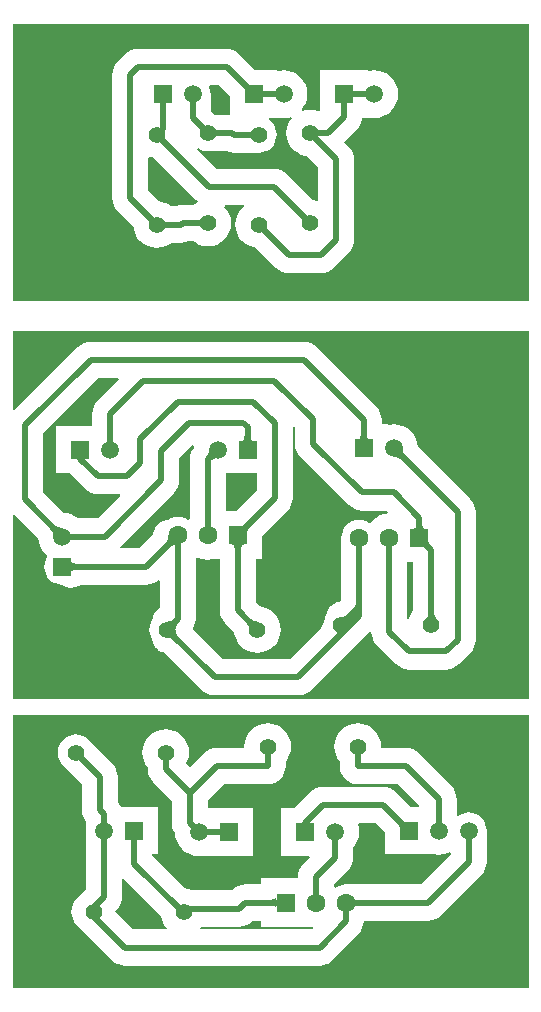
<source format=gbl>
G04 Layer_Physical_Order=2*
G04 Layer_Color=16711680*
%FSLAX25Y25*%
%MOIN*%
G70*
G01*
G75*
%ADD11C,0.05512*%
%ADD12C,0.06299*%
%ADD13R,0.06299X0.06299*%
%ADD14R,0.05906X0.05906*%
%ADD15C,0.05906*%
%ADD16R,0.05906X0.05906*%
%ADD17C,0.02000*%
G36*
X634952Y447500D02*
X463048D01*
Y539953D01*
X634952D01*
Y447500D01*
D02*
G37*
G36*
X581010Y403058D02*
X581040Y402716D01*
X581090Y402415D01*
X581160Y402153D01*
X581250Y401932D01*
X581360Y401751D01*
X581490Y401610D01*
X581640Y401509D01*
X581810Y401449D01*
X582000Y401429D01*
X578000D01*
X578190Y401449D01*
X578360Y401509D01*
X578510Y401610D01*
X578640Y401751D01*
X578750Y401932D01*
X578840Y402153D01*
X578910Y402415D01*
X578960Y402716D01*
X578990Y403058D01*
X579000Y403441D01*
X581000D01*
X581010Y403058D01*
D02*
G37*
G36*
X542260Y402559D02*
X542290Y402216D01*
X542340Y401915D01*
X542410Y401653D01*
X542500Y401432D01*
X542610Y401251D01*
X542740Y401110D01*
X542890Y401009D01*
X543060Y400949D01*
X543250Y400929D01*
X539250D01*
X539440Y400949D01*
X539610Y401009D01*
X539760Y401110D01*
X539890Y401251D01*
X540000Y401432D01*
X540090Y401653D01*
X540160Y401915D01*
X540210Y402216D01*
X540240Y402559D01*
X540250Y402941D01*
X542250D01*
X542260Y402559D01*
D02*
G37*
G36*
X531018Y395056D02*
X530779Y395064D01*
X530542Y395047D01*
X530308Y395008D01*
X530076Y394945D01*
X529847Y394859D01*
X529621Y394749D01*
X529397Y394616D01*
X529175Y394459D01*
X528956Y394279D01*
X528740Y394076D01*
X527326Y395490D01*
X527529Y395706D01*
X527709Y395925D01*
X527866Y396147D01*
X527999Y396371D01*
X528109Y396597D01*
X528195Y396826D01*
X528258Y397058D01*
X528298Y397292D01*
X528314Y397529D01*
X528306Y397768D01*
X531018Y395056D01*
D02*
G37*
G36*
X592960Y398177D02*
X592987Y397893D01*
X593034Y397620D01*
X593101Y397357D01*
X593188Y397103D01*
X593295Y396860D01*
X593423Y396627D01*
X593570Y396405D01*
X593737Y396192D01*
X593924Y395990D01*
X592510Y394576D01*
X592308Y394763D01*
X592095Y394930D01*
X591873Y395077D01*
X591640Y395205D01*
X591397Y395312D01*
X591144Y395399D01*
X590880Y395466D01*
X590607Y395513D01*
X590323Y395540D01*
X590029Y395547D01*
X592953Y398470D01*
X592960Y398177D01*
D02*
G37*
G36*
X544271Y384297D02*
X537757Y377783D01*
X537704Y377746D01*
X537601Y377650D01*
X534029D01*
Y390047D01*
X544271D01*
Y384297D01*
D02*
G37*
G36*
X498435Y421462D02*
X491237Y414263D01*
X490487Y413349D01*
X489930Y412307D01*
X489587Y411176D01*
X489471Y410000D01*
Y405953D01*
X477547D01*
Y390047D01*
X481926D01*
X487190Y384784D01*
X488103Y384034D01*
X489146Y383477D01*
X490277Y383134D01*
X491453Y383018D01*
X498638D01*
X498830Y382556D01*
X491303Y375029D01*
X484690D01*
X483940Y375644D01*
X482558Y376383D01*
X481059Y376838D01*
X480094Y376933D01*
X473076Y383950D01*
Y403550D01*
X491450Y421924D01*
X498244D01*
X498435Y421462D01*
D02*
G37*
G36*
X523387Y399307D02*
X523307Y398489D01*
X522987Y398099D01*
X522430Y397057D01*
X522087Y395926D01*
X521971Y394750D01*
Y375000D01*
X521482Y374404D01*
X521349Y374513D01*
X520307Y375070D01*
X519176Y375413D01*
X518000Y375529D01*
X516824Y375413D01*
X515693Y375070D01*
X514650Y374513D01*
X514610Y374480D01*
X514250Y374433D01*
X513649Y374366D01*
X513599Y374347D01*
X513545Y374340D01*
X512986Y374108D01*
X512422Y373888D01*
X512379Y373857D01*
X512329Y373836D01*
X511849Y373467D01*
X511361Y373109D01*
X511327Y373067D01*
X511284Y373035D01*
X510916Y372554D01*
X510538Y372082D01*
X510516Y372033D01*
X510483Y371990D01*
X510251Y371431D01*
X510008Y370877D01*
X510000Y370824D01*
X509979Y370774D01*
X509900Y370174D01*
X509856Y369882D01*
X505003Y365029D01*
X499009D01*
X498817Y365491D01*
X516763Y383437D01*
X517513Y384350D01*
X518070Y385393D01*
X518413Y386524D01*
X518529Y387700D01*
Y395156D01*
X522907Y399534D01*
X523387Y399307D01*
D02*
G37*
G36*
X557071Y405462D02*
Y400000D01*
X557187Y398824D01*
X557530Y397693D01*
X558087Y396651D01*
X558837Y395737D01*
X575137Y379437D01*
X576051Y378687D01*
X577093Y378130D01*
X578224Y377787D01*
X579400Y377671D01*
X587503D01*
X588072Y377101D01*
X587904Y376630D01*
X586902Y376532D01*
X585366Y376066D01*
X583950Y375309D01*
X582710Y374290D01*
X581982Y373404D01*
X581849Y373513D01*
X580807Y374070D01*
X579676Y374413D01*
X578500Y374529D01*
X577324Y374413D01*
X576193Y374070D01*
X575150Y373513D01*
X574237Y372763D01*
X573487Y371849D01*
X572930Y370807D01*
X572587Y369676D01*
X572471Y368500D01*
Y348160D01*
X572460Y348095D01*
X572457Y348003D01*
X572394Y347936D01*
X572356Y347883D01*
X571658Y347184D01*
X571222Y347127D01*
X571158Y347100D01*
X571090Y347090D01*
X570551Y346849D01*
X570006Y346623D01*
X569951Y346581D01*
X569887Y346553D01*
X569429Y346181D01*
X568961Y345822D01*
X568919Y345767D01*
X568865Y345723D01*
X568519Y345245D01*
X568160Y344777D01*
X568133Y344713D01*
X568093Y344657D01*
X567882Y344106D01*
X567656Y343561D01*
X567647Y343492D01*
X567622Y343427D01*
X567573Y342955D01*
X567487Y342849D01*
X566930Y341807D01*
X566587Y340676D01*
X566525Y340047D01*
X566374Y339847D01*
X566288Y339635D01*
X566168Y339441D01*
X566042Y339027D01*
X565880Y338627D01*
X565852Y338400D01*
X565843Y338369D01*
X555747Y328273D01*
X532753D01*
X522951Y338075D01*
X523013Y338151D01*
X523570Y339193D01*
X523913Y340324D01*
X524029Y341500D01*
Y361895D01*
X524458Y362153D01*
X524866Y361934D01*
X526402Y361468D01*
X528000Y361311D01*
X529350Y361444D01*
X529850Y361350D01*
Y361350D01*
X531971D01*
Y344500D01*
X532087Y343324D01*
X532430Y342193D01*
X532987Y341150D01*
X533737Y340237D01*
X536787Y337187D01*
X536856Y336480D01*
X537300Y335018D01*
X538020Y333670D01*
X538989Y332489D01*
X540170Y331520D01*
X541518Y330800D01*
X542980Y330356D01*
X544500Y330207D01*
X546020Y330356D01*
X547482Y330800D01*
X548830Y331520D01*
X550011Y332489D01*
X550980Y333670D01*
X551700Y335018D01*
X552144Y336480D01*
X552293Y338000D01*
X552144Y339520D01*
X551700Y340982D01*
X550980Y342330D01*
X550011Y343511D01*
X548830Y344480D01*
X547482Y345200D01*
X546020Y345644D01*
X545313Y345713D01*
X544029Y346997D01*
Y361350D01*
X546150D01*
Y369103D01*
X546179Y369134D01*
X546233Y369207D01*
X554563Y377537D01*
X555313Y378450D01*
X555870Y379493D01*
X556213Y380624D01*
X556329Y381800D01*
X556329Y381800D01*
Y405438D01*
X556823Y405659D01*
X557071Y405462D01*
D02*
G37*
G36*
X542552Y372638D02*
X542155Y372226D01*
X541530Y371490D01*
X541302Y371164D01*
X541132Y370867D01*
X541017Y370598D01*
X540960Y370358D01*
X540958Y370147D01*
X541014Y369964D01*
X541126Y369809D01*
X538309Y372626D01*
X538464Y372514D01*
X538647Y372458D01*
X538858Y372460D01*
X539098Y372517D01*
X539367Y372632D01*
X539664Y372802D01*
X539990Y373030D01*
X540344Y373314D01*
X541138Y374052D01*
X542552Y372638D01*
D02*
G37*
G36*
X599510Y373255D02*
X599540Y372913D01*
X599590Y372611D01*
X599660Y372350D01*
X599750Y372129D01*
X599860Y371948D01*
X599990Y371807D01*
X600140Y371706D01*
X600310Y371646D01*
X600500Y371626D01*
X596500D01*
X596690Y371646D01*
X596860Y371706D01*
X597010Y371807D01*
X597140Y371948D01*
X597250Y372129D01*
X597340Y372350D01*
X597410Y372611D01*
X597460Y372913D01*
X597490Y373255D01*
X597500Y373638D01*
X599500D01*
X599510Y373255D01*
D02*
G37*
G36*
X477192Y372737D02*
X477405Y372570D01*
X477628Y372423D01*
X477860Y372295D01*
X478103Y372188D01*
X478357Y372101D01*
X478620Y372034D01*
X478893Y371987D01*
X479177Y371960D01*
X479470Y371953D01*
X476547Y369029D01*
X476540Y369323D01*
X476513Y369607D01*
X476466Y369880D01*
X476399Y370144D01*
X476312Y370397D01*
X476205Y370640D01*
X476078Y370872D01*
X475930Y371095D01*
X475763Y371308D01*
X475576Y371510D01*
X476990Y372924D01*
X477192Y372737D01*
D02*
G37*
G36*
X517969Y366351D02*
X517638Y366343D01*
X517320Y366316D01*
X517016Y366267D01*
X516725Y366198D01*
X516448Y366108D01*
X516183Y365997D01*
X515932Y365865D01*
X515695Y365712D01*
X515470Y365539D01*
X515259Y365345D01*
X513845Y366759D01*
X514039Y366970D01*
X514212Y367195D01*
X514365Y367432D01*
X514497Y367683D01*
X514607Y367948D01*
X514698Y368225D01*
X514767Y368516D01*
X514816Y368820D01*
X514844Y369138D01*
X514851Y369468D01*
X517969Y366351D01*
D02*
G37*
G36*
X539810Y366342D02*
X539640Y366282D01*
X539490Y366182D01*
X539360Y366042D01*
X539250Y365862D01*
X539160Y365642D01*
X539090Y365382D01*
X539040Y365082D01*
X539010Y364742D01*
X539000Y364362D01*
X537000D01*
X536990Y364742D01*
X536960Y365082D01*
X536910Y365382D01*
X536840Y365642D01*
X536750Y365862D01*
X536640Y366042D01*
X536510Y366182D01*
X536360Y366282D01*
X536190Y366342D01*
X536000Y366362D01*
X540000D01*
X539810Y366342D01*
D02*
G37*
G36*
X601624Y367042D02*
X601645Y366968D01*
X601700Y366867D01*
X601789Y366737D01*
X601913Y366578D01*
X602265Y366177D01*
X603052Y365362D01*
X601638Y363948D01*
X601338Y364245D01*
X600133Y365300D01*
X600032Y365355D01*
X599958Y365376D01*
X599913Y365362D01*
X601638Y367087D01*
X601624Y367042D01*
D02*
G37*
G36*
X482449Y360810D02*
X482509Y360640D01*
X482610Y360490D01*
X482751Y360360D01*
X482932Y360250D01*
X483153Y360160D01*
X483415Y360090D01*
X483716Y360040D01*
X484059Y360010D01*
X484441Y360000D01*
Y358000D01*
X484059Y357990D01*
X483716Y357960D01*
X483415Y357910D01*
X483153Y357840D01*
X482932Y357750D01*
X482751Y357640D01*
X482610Y357510D01*
X482509Y357360D01*
X482449Y357190D01*
X482429Y357000D01*
Y361000D01*
X482449Y360810D01*
D02*
G37*
G36*
X579500Y345500D02*
X577500Y342500D01*
X577486Y342597D01*
X577443Y342654D01*
X577373Y342671D01*
X577274Y342649D01*
X577146Y342586D01*
X576991Y342483D01*
X576355Y341934D01*
X576168Y341752D01*
X576012Y341585D01*
X575851Y341384D01*
X575753Y341240D01*
X575835Y341297D01*
X576033Y341459D01*
X576242Y341656D01*
X577120Y339706D01*
X574623Y337743D01*
X574290Y337710D01*
X574257Y337377D01*
X572294Y334880D01*
X570343Y335758D01*
X570541Y335967D01*
X570703Y336165D01*
X570831Y336352D01*
X570925Y336529D01*
X570984Y336695D01*
X571009Y336850D01*
X570999Y336994D01*
X570955Y337127D01*
X570876Y337249D01*
X570762Y337361D01*
X574290Y337710D01*
X574540Y340243D01*
X572528Y342256D01*
X572784Y342263D01*
X573034Y342289D01*
X573277Y342335D01*
X573512Y342399D01*
X573741Y342483D01*
X573962Y342587D01*
X574177Y342709D01*
X574384Y342851D01*
X574585Y343012D01*
X574778Y343192D01*
X576086Y341884D01*
Y344500D01*
X576355Y344789D01*
X576595Y345089D01*
X576807Y345401D01*
X576991Y345725D01*
X577146Y346061D01*
X577274Y346408D01*
X577373Y346767D01*
X577443Y347138D01*
X577486Y347520D01*
X577500Y347914D01*
X579500Y345500D01*
D02*
G37*
G36*
X596471Y344379D02*
X596020Y343830D01*
X595300Y342482D01*
X595029Y341590D01*
X594529Y341664D01*
Y360350D01*
X596471D01*
Y344379D01*
D02*
G37*
G36*
X603509Y343457D02*
X603537Y343202D01*
X603584Y342955D01*
X603649Y342717D01*
X603732Y342487D01*
X603834Y342266D01*
X603955Y342053D01*
X604095Y341850D01*
X604253Y341655D01*
X604429Y341468D01*
X600571D01*
X600747Y341655D01*
X600905Y341850D01*
X601045Y342053D01*
X601165Y342266D01*
X601268Y342487D01*
X601351Y342717D01*
X601416Y342955D01*
X601463Y343202D01*
X601491Y343457D01*
X601500Y343722D01*
X603500D01*
X603509Y343457D01*
D02*
G37*
G36*
X542415Y341512D02*
X542616Y341351D01*
X542823Y341209D01*
X543038Y341087D01*
X543259Y340983D01*
X543488Y340899D01*
X543723Y340835D01*
X543966Y340789D01*
X544216Y340763D01*
X544472Y340756D01*
X541744Y338028D01*
X541737Y338284D01*
X541711Y338534D01*
X541665Y338776D01*
X541601Y339012D01*
X541517Y339241D01*
X541413Y339462D01*
X541291Y339677D01*
X541149Y339884D01*
X540988Y340085D01*
X540808Y340278D01*
X542222Y341692D01*
X542415Y341512D01*
D02*
G37*
G36*
X518192Y340278D02*
X518012Y340085D01*
X517851Y339884D01*
X517709Y339677D01*
X517587Y339462D01*
X517483Y339241D01*
X517399Y339012D01*
X517335Y338776D01*
X517289Y338534D01*
X517263Y338284D01*
X517256Y338028D01*
X514528Y340756D01*
X514784Y340763D01*
X515034Y340789D01*
X515276Y340835D01*
X515512Y340899D01*
X515741Y340983D01*
X515962Y341087D01*
X516177Y341209D01*
X516384Y341351D01*
X516585Y341512D01*
X516778Y341692D01*
X518192Y340278D01*
D02*
G37*
G36*
X517263Y337716D02*
X517289Y337466D01*
X517335Y337224D01*
X517399Y336988D01*
X517483Y336759D01*
X517587Y336538D01*
X517709Y336323D01*
X517851Y336116D01*
X518012Y335915D01*
X518192Y335722D01*
X516778Y334308D01*
X516585Y334488D01*
X516384Y334649D01*
X516177Y334791D01*
X515962Y334913D01*
X515741Y335017D01*
X515512Y335101D01*
X515276Y335165D01*
X515034Y335211D01*
X514784Y335237D01*
X514528Y335244D01*
X517256Y337972D01*
X517263Y337716D01*
D02*
G37*
G36*
X634952Y315000D02*
X463048D01*
Y376273D01*
X463509Y376464D01*
X471567Y368406D01*
X471662Y367441D01*
X472117Y365942D01*
X472856Y364560D01*
X473849Y363349D01*
X474721Y362634D01*
X474487Y362350D01*
X473930Y361307D01*
X473587Y360176D01*
X473471Y359000D01*
X473587Y357824D01*
X473930Y356693D01*
X474487Y355650D01*
X475237Y354737D01*
X476151Y353987D01*
X477193Y353430D01*
X478324Y353087D01*
X479400Y352981D01*
X479461Y352922D01*
X479696Y352795D01*
X479907Y352632D01*
X480271Y352482D01*
X480618Y352293D01*
X480877Y352231D01*
X481123Y352129D01*
X481514Y352077D01*
X481898Y351985D01*
X482164Y351992D01*
X482429Y351957D01*
X482820Y352008D01*
X483214Y352018D01*
X483469Y352094D01*
X483734Y352129D01*
X484098Y352280D01*
X484476Y352391D01*
X484704Y352530D01*
X484950Y352632D01*
X485263Y352872D01*
X485424Y352971D01*
X507500D01*
X508676Y353087D01*
X509807Y353430D01*
X510850Y353987D01*
X511471Y354497D01*
X511971Y354260D01*
Y345096D01*
X511951Y345081D01*
X511888Y345053D01*
X511430Y344681D01*
X510961Y344322D01*
X510919Y344267D01*
X510865Y344223D01*
X510519Y343745D01*
X510160Y343277D01*
X510134Y343213D01*
X510093Y343157D01*
X509882Y342606D01*
X509656Y342061D01*
X509647Y341992D01*
X509622Y341927D01*
X509573Y341455D01*
X509487Y341350D01*
X508930Y340307D01*
X508587Y339176D01*
X508471Y338000D01*
X508587Y336824D01*
X508930Y335693D01*
X509487Y334650D01*
X509573Y334545D01*
X509622Y334073D01*
X509647Y334008D01*
X509656Y333939D01*
X509882Y333394D01*
X510093Y332843D01*
X510134Y332787D01*
X510160Y332723D01*
X510519Y332255D01*
X510865Y331777D01*
X510919Y331733D01*
X510961Y331678D01*
X511430Y331319D01*
X511888Y330947D01*
X511951Y330919D01*
X512006Y330877D01*
X512551Y330651D01*
X513090Y330410D01*
X513158Y330399D01*
X513222Y330373D01*
X513658Y330316D01*
X525993Y317981D01*
X526906Y317231D01*
X527949Y316674D01*
X529080Y316331D01*
X530256Y316215D01*
X558244D01*
X559420Y316331D01*
X560551Y316674D01*
X561593Y317231D01*
X562507Y317981D01*
X582009Y337483D01*
X582471Y337291D01*
Y337200D01*
X582587Y336024D01*
X582930Y334893D01*
X583487Y333851D01*
X584237Y332937D01*
X590737Y326437D01*
X591650Y325687D01*
X592693Y325130D01*
X593824Y324787D01*
X595000Y324671D01*
X607500D01*
X608676Y324787D01*
X609807Y325130D01*
X610850Y325687D01*
X611763Y326437D01*
X615563Y330237D01*
X616313Y331151D01*
X616870Y332193D01*
X617213Y333324D01*
X617329Y334500D01*
Y377200D01*
X617213Y378376D01*
X616870Y379507D01*
X616313Y380550D01*
X615563Y381463D01*
X597933Y399094D01*
X597838Y400059D01*
X597383Y401558D01*
X596644Y402940D01*
X595651Y404151D01*
X594440Y405145D01*
X593058Y405883D01*
X591559Y406338D01*
X590000Y406491D01*
X588453Y406339D01*
X588124Y406326D01*
X587953Y406453D01*
Y406453D01*
X586029D01*
Y407953D01*
X585913Y409129D01*
X585570Y410260D01*
X585013Y411302D01*
X584263Y412216D01*
X564263Y432216D01*
X563349Y432966D01*
X562307Y433523D01*
X561176Y433866D01*
X560000Y433982D01*
X488953D01*
X488953Y433982D01*
X487777Y433866D01*
X486646Y433523D01*
X485603Y432966D01*
X484690Y432216D01*
X463509Y411036D01*
X463048Y411227D01*
Y437500D01*
X634952D01*
Y315000D01*
D02*
G37*
G36*
Y218548D02*
X463048D01*
Y309500D01*
X634952D01*
Y218548D01*
D02*
G37*
%LPC*%
G36*
X534250Y531529D02*
X504700D01*
X503524Y531413D01*
X502393Y531070D01*
X501350Y530513D01*
X500437Y529763D01*
X497937Y527263D01*
X497187Y526349D01*
X496630Y525307D01*
X496287Y524176D01*
X496171Y523000D01*
Y481800D01*
X496287Y480624D01*
X496630Y479493D01*
X497187Y478450D01*
X497937Y477537D01*
X503287Y472187D01*
X503356Y471480D01*
X503800Y470018D01*
X504520Y468670D01*
X505489Y467489D01*
X506670Y466520D01*
X508018Y465800D01*
X509480Y465356D01*
X511000Y465207D01*
X512520Y465356D01*
X513982Y465800D01*
X515330Y466520D01*
X515879Y466971D01*
X519200D01*
X520376Y467087D01*
X521507Y467430D01*
X521584Y467471D01*
X523121D01*
X523670Y467020D01*
X525018Y466300D01*
X526480Y465856D01*
X528000Y465707D01*
X529520Y465856D01*
X530982Y466300D01*
X532330Y467020D01*
X533511Y467989D01*
X534480Y469170D01*
X535200Y470518D01*
X535644Y471980D01*
X535793Y473500D01*
X535644Y475020D01*
X535200Y476482D01*
X534480Y477830D01*
X533543Y478971D01*
X533587Y479224D01*
X533675Y479471D01*
X539917D01*
X540086Y479000D01*
X539489Y478511D01*
X538520Y477330D01*
X537800Y475982D01*
X537356Y474520D01*
X537207Y473000D01*
X537356Y471480D01*
X537800Y470018D01*
X538520Y468670D01*
X539489Y467489D01*
X540670Y466520D01*
X542018Y465800D01*
X543480Y465356D01*
X544187Y465287D01*
X550837Y458637D01*
X551751Y457887D01*
X552793Y457330D01*
X553924Y456987D01*
X555100Y456871D01*
X565700D01*
X566876Y456987D01*
X568007Y457330D01*
X569050Y457887D01*
X569963Y458637D01*
X575063Y463737D01*
X575813Y464650D01*
X576370Y465693D01*
X576713Y466824D01*
X576829Y468000D01*
Y494700D01*
X576713Y495876D01*
X576370Y497007D01*
X575813Y498049D01*
X575063Y498963D01*
X573526Y500500D01*
X577763Y504737D01*
X577763Y504737D01*
X578513Y505651D01*
X579070Y506693D01*
X579413Y507824D01*
X579484Y508547D01*
X581453D01*
Y508547D01*
X581624Y508674D01*
X581953Y508661D01*
X583500Y508509D01*
X585059Y508662D01*
X586558Y509117D01*
X587940Y509856D01*
X589151Y510849D01*
X590144Y512060D01*
X590883Y513442D01*
X591338Y514941D01*
X591491Y516500D01*
X591338Y518059D01*
X590883Y519558D01*
X590144Y520940D01*
X589151Y522151D01*
X587940Y523144D01*
X586558Y523883D01*
X585059Y524338D01*
X583500Y524491D01*
X581953Y524339D01*
X581624Y524326D01*
X581453Y524453D01*
Y524453D01*
X565547D01*
Y510885D01*
X565118Y510628D01*
X564982Y510700D01*
X563520Y511144D01*
X562000Y511293D01*
X560480Y511144D01*
X559560Y510865D01*
X559270Y511299D01*
X559895Y512060D01*
X560633Y513442D01*
X561088Y514941D01*
X561241Y516500D01*
X561088Y518059D01*
X560633Y519558D01*
X559895Y520940D01*
X558901Y522151D01*
X557690Y523144D01*
X556308Y523883D01*
X554809Y524338D01*
X553250Y524491D01*
X551703Y524339D01*
X551373Y524326D01*
X551203Y524453D01*
Y524453D01*
X543824D01*
X538513Y529763D01*
X537600Y530513D01*
X536557Y531070D01*
X535426Y531413D01*
X534250Y531529D01*
D02*
G37*
%LPD*%
G36*
X535297Y515926D02*
Y509529D01*
X530497D01*
X529029Y510997D01*
Y516500D01*
X528913Y517676D01*
X528570Y518807D01*
X528444Y519042D01*
X528702Y519471D01*
X531753D01*
X535297Y515926D01*
D02*
G37*
G36*
X556094Y508530D02*
X555520Y507830D01*
X554800Y506482D01*
X554356Y505020D01*
X554207Y503500D01*
X554356Y501980D01*
X554800Y500518D01*
X555520Y499170D01*
X556489Y497989D01*
X557670Y497020D01*
X559018Y496300D01*
X560480Y495856D01*
X561187Y495787D01*
X564771Y492203D01*
Y481184D01*
X564369Y480886D01*
X563520Y481144D01*
X562813Y481213D01*
X554263Y489763D01*
X553349Y490513D01*
X552307Y491070D01*
X551176Y491413D01*
X550000Y491529D01*
X530997D01*
X524555Y497971D01*
X524857Y498377D01*
X525693Y497930D01*
X526824Y497587D01*
X528000Y497471D01*
X534316D01*
X534393Y497430D01*
X535524Y497087D01*
X536700Y496971D01*
X536700Y496971D01*
X545000D01*
X546176Y497087D01*
X547307Y497430D01*
X548350Y497987D01*
X549263Y498737D01*
X550013Y499650D01*
X550570Y500693D01*
X550913Y501824D01*
X551029Y503000D01*
X550913Y504176D01*
X550570Y505307D01*
X550013Y506350D01*
X549263Y507263D01*
X548350Y508013D01*
X548257Y508062D01*
X548379Y508547D01*
X551203D01*
Y508547D01*
X551373Y508674D01*
X551703Y508661D01*
X553250Y508509D01*
X554809Y508662D01*
X555804Y508964D01*
X556094Y508530D01*
D02*
G37*
G36*
X509480Y495356D02*
X510187Y495287D01*
X524237Y481237D01*
X524593Y480945D01*
X524544Y480447D01*
X523670Y479980D01*
X523121Y479529D01*
X519700D01*
X519700Y479529D01*
X518524Y479413D01*
X517393Y479070D01*
X517316Y479029D01*
X515879D01*
X515330Y479480D01*
X513982Y480200D01*
X512520Y480644D01*
X511813Y480713D01*
X508229Y484297D01*
Y495316D01*
X508631Y495614D01*
X509480Y495356D01*
D02*
G37*
%LPC*%
G36*
X548000Y306793D02*
X546480Y306644D01*
X545018Y306200D01*
X543670Y305480D01*
X542489Y304511D01*
X541520Y303330D01*
X540800Y301982D01*
X540356Y300520D01*
X540207Y299000D01*
X540216Y298900D01*
X539881Y298529D01*
X531000D01*
X529824Y298413D01*
X528693Y298070D01*
X527650Y297513D01*
X526737Y296763D01*
X522000Y292026D01*
X520785Y293241D01*
X521200Y294018D01*
X521644Y295480D01*
X521793Y297000D01*
X521644Y298520D01*
X521200Y299982D01*
X520480Y301330D01*
X519511Y302511D01*
X518330Y303480D01*
X516982Y304200D01*
X515520Y304644D01*
X514000Y304793D01*
X512480Y304644D01*
X511018Y304200D01*
X509670Y303480D01*
X508489Y302511D01*
X507520Y301330D01*
X506800Y299982D01*
X506356Y298520D01*
X506207Y297000D01*
X506356Y295480D01*
X506800Y294018D01*
X507520Y292670D01*
X507971Y292121D01*
Y291500D01*
X508087Y290324D01*
X508430Y289193D01*
X508987Y288151D01*
X509737Y287237D01*
X515971Y281003D01*
Y273500D01*
X516087Y272324D01*
X516430Y271193D01*
X516987Y270150D01*
X517051Y270073D01*
X517162Y268941D01*
X517617Y267442D01*
X518356Y266060D01*
X519349Y264849D01*
X520560Y263856D01*
X521942Y263117D01*
X523441Y262662D01*
X525000Y262509D01*
X526547Y262661D01*
X526876Y262674D01*
X527047Y262547D01*
Y262547D01*
X542953D01*
Y278453D01*
X528029D01*
Y281003D01*
X533497Y286471D01*
X548000D01*
X549176Y286587D01*
X550307Y286930D01*
X551349Y287487D01*
X552263Y288237D01*
X553013Y289151D01*
X553570Y290193D01*
X553913Y291324D01*
X554029Y292500D01*
Y294121D01*
X554480Y294670D01*
X555200Y296018D01*
X555644Y297480D01*
X555793Y299000D01*
X555644Y300520D01*
X555200Y301982D01*
X554480Y303330D01*
X553511Y304511D01*
X552330Y305480D01*
X550982Y306200D01*
X549520Y306644D01*
X548000Y306793D01*
D02*
G37*
G36*
X578000D02*
X576480Y306644D01*
X575018Y306200D01*
X573670Y305480D01*
X572489Y304511D01*
X571520Y303330D01*
X570800Y301982D01*
X570356Y300520D01*
X570207Y299000D01*
X570356Y297480D01*
X570800Y296018D01*
X571520Y294670D01*
X571971Y294121D01*
Y292500D01*
X572087Y291324D01*
X572430Y290193D01*
X572987Y289151D01*
X573737Y288237D01*
X574650Y287487D01*
X575693Y286930D01*
X576824Y286587D01*
X578000Y286471D01*
X591503D01*
X598521Y279453D01*
X598314Y278953D01*
X595594D01*
X595563Y278982D01*
X595490Y279036D01*
X590763Y283763D01*
X589850Y284513D01*
X588807Y285070D01*
X587676Y285413D01*
X586500Y285529D01*
X566500D01*
X565324Y285413D01*
X564193Y285070D01*
X563151Y284513D01*
X562237Y283763D01*
X556926Y278453D01*
X552547D01*
Y262547D01*
X561868D01*
X562059Y262085D01*
X559737Y259763D01*
X558987Y258850D01*
X558430Y257807D01*
X558087Y256676D01*
X557971Y255500D01*
Y255150D01*
X545850D01*
Y253029D01*
X540500D01*
X539324Y252913D01*
X538193Y252570D01*
X537150Y252013D01*
X536237Y251263D01*
X536003Y251029D01*
X523303D01*
X522982Y251200D01*
X521520Y251644D01*
X520258Y251768D01*
X509529Y262497D01*
Y263047D01*
X511453D01*
Y278953D01*
X498992D01*
X498513Y279850D01*
X498029Y280439D01*
Y289000D01*
X497913Y290176D01*
X497570Y291307D01*
X497013Y292350D01*
X496263Y293263D01*
X488263Y301263D01*
X487350Y302013D01*
X486307Y302570D01*
X485176Y302913D01*
X484000Y303029D01*
X482824Y302913D01*
X481693Y302570D01*
X480651Y302013D01*
X479737Y301263D01*
X478987Y300349D01*
X478430Y299307D01*
X478087Y298176D01*
X477971Y297000D01*
X478087Y295824D01*
X478430Y294693D01*
X478987Y293651D01*
X479737Y292737D01*
X485971Y286503D01*
Y278000D01*
X486087Y276824D01*
X486430Y275693D01*
X486987Y274651D01*
X487471Y274061D01*
Y271000D01*
Y251497D01*
X484237Y248263D01*
X483487Y247350D01*
X482930Y246307D01*
X482587Y245176D01*
X482471Y244000D01*
X482587Y242824D01*
X482930Y241693D01*
X483487Y240651D01*
X484237Y239737D01*
X496237Y227737D01*
X497151Y226987D01*
X498193Y226430D01*
X499324Y226087D01*
X500500Y225971D01*
X565300D01*
X566476Y226087D01*
X567607Y226430D01*
X568649Y226987D01*
X569563Y227737D01*
X578263Y236437D01*
X579013Y237351D01*
X579570Y238393D01*
X579913Y239524D01*
X580029Y240700D01*
Y240971D01*
X601500D01*
X602676Y241087D01*
X603807Y241430D01*
X604849Y241987D01*
X605763Y242737D01*
X619263Y256237D01*
X620013Y257151D01*
X620570Y258193D01*
X620913Y259324D01*
X621029Y260500D01*
Y271000D01*
X620913Y272176D01*
X620570Y273307D01*
X620013Y274349D01*
X619263Y275263D01*
X618350Y276013D01*
X617307Y276570D01*
X616176Y276913D01*
X615000Y277029D01*
X613824Y276913D01*
X612693Y276570D01*
X611651Y276013D01*
X611366Y275779D01*
X611029Y276190D01*
Y281500D01*
X610913Y282676D01*
X610570Y283807D01*
X610013Y284850D01*
X609263Y285763D01*
X598263Y296763D01*
X597350Y297513D01*
X596307Y298070D01*
X595176Y298413D01*
X594000Y298529D01*
X586119D01*
X585783Y298900D01*
X585793Y299000D01*
X585644Y300520D01*
X585200Y301982D01*
X584480Y303330D01*
X583511Y304511D01*
X582330Y305480D01*
X580982Y306200D01*
X579520Y306644D01*
X578000Y306793D01*
D02*
G37*
%LPD*%
G36*
X592470Y274958D02*
X593207Y274333D01*
X593533Y274106D01*
X593830Y273935D01*
X594099Y273820D01*
X594339Y273763D01*
X594550Y273761D01*
X594733Y273817D01*
X594888Y273929D01*
X592071Y271112D01*
X592183Y271267D01*
X592239Y271450D01*
X592237Y271661D01*
X592180Y271901D01*
X592065Y272170D01*
X591894Y272467D01*
X591667Y272793D01*
X591383Y273147D01*
X590645Y273941D01*
X592059Y275355D01*
X592470Y274958D01*
D02*
G37*
G36*
X586914Y270560D02*
X586951Y270508D01*
X587047Y270404D01*
Y263047D01*
X602953D01*
Y263047D01*
X603124Y263174D01*
X603453Y263161D01*
X605000Y263009D01*
X606559Y263162D01*
X608058Y263617D01*
X608542Y263876D01*
X608971Y263619D01*
Y262997D01*
X599003Y253029D01*
X574000D01*
X572824Y252913D01*
X571693Y252570D01*
X570650Y252013D01*
X570518Y251904D01*
X570029Y252500D01*
Y253003D01*
X574763Y257737D01*
X575513Y258650D01*
X576070Y259693D01*
X576413Y260824D01*
X576529Y262000D01*
Y265310D01*
X577144Y266060D01*
X577883Y267442D01*
X578338Y268941D01*
X578491Y270500D01*
X578338Y272059D01*
X578031Y273069D01*
X578329Y273471D01*
X584003D01*
X586914Y270560D01*
D02*
G37*
G36*
X550874Y245000D02*
X550854Y245190D01*
X550794Y245360D01*
X550693Y245510D01*
X550553Y245640D01*
X550371Y245750D01*
X550150Y245840D01*
X549889Y245910D01*
X549587Y245960D01*
X549245Y245990D01*
X548862Y246000D01*
Y248000D01*
X549245Y248010D01*
X549587Y248040D01*
X549889Y248090D01*
X550150Y248160D01*
X550371Y248250D01*
X550553Y248360D01*
X550693Y248490D01*
X550794Y248640D01*
X550854Y248810D01*
X550874Y249000D01*
Y245000D01*
D02*
G37*
G36*
X545850Y238850D02*
X562150D01*
X562150Y238850D01*
X562650Y238944D01*
X563040Y238906D01*
X563208Y238435D01*
X562803Y238029D01*
X525675D01*
X525587Y238276D01*
X525543Y238529D01*
X525906Y238971D01*
X538500D01*
X539676Y239087D01*
X540807Y239430D01*
X541850Y239987D01*
X542763Y240737D01*
X542997Y240971D01*
X545850D01*
Y238850D01*
D02*
G37*
G36*
X512341Y242632D02*
X512356Y242480D01*
X512800Y241018D01*
X513520Y239670D01*
X514457Y238529D01*
X514413Y238276D01*
X514325Y238029D01*
X502997D01*
X497026Y244000D01*
X497763Y244737D01*
X498513Y245651D01*
X499070Y246693D01*
X499413Y247824D01*
X499529Y249000D01*
Y254791D01*
X499991Y254983D01*
X512341Y242632D01*
D02*
G37*
D11*
X578000Y299000D02*
D03*
X548000D02*
D03*
X514000Y297000D02*
D03*
X484000D02*
D03*
X520000Y244000D02*
D03*
X490000D02*
D03*
X602500Y339500D02*
D03*
X572500D02*
D03*
X544500Y338000D02*
D03*
X514500D02*
D03*
X562000Y473500D02*
D03*
Y503500D02*
D03*
X511000Y503000D02*
D03*
Y473000D02*
D03*
X528000Y473500D02*
D03*
Y503500D02*
D03*
X545000Y473000D02*
D03*
Y503000D02*
D03*
D12*
X578500Y368500D02*
D03*
X588500D02*
D03*
X518000Y369500D02*
D03*
X528000D02*
D03*
X574000Y247000D02*
D03*
X564000D02*
D03*
D13*
X598500Y368500D02*
D03*
X538000Y369500D02*
D03*
X554000Y247000D02*
D03*
D14*
X560500Y270500D02*
D03*
X535000D02*
D03*
X513000Y516500D02*
D03*
X573500D02*
D03*
X543250D02*
D03*
X485500Y398000D02*
D03*
X541250D02*
D03*
X580000Y398500D02*
D03*
X595000Y271000D02*
D03*
X503500D02*
D03*
D15*
X570500Y270500D02*
D03*
X525000D02*
D03*
X479500Y369000D02*
D03*
X523000Y516500D02*
D03*
X583500D02*
D03*
X553250D02*
D03*
X495500Y398000D02*
D03*
X531250D02*
D03*
X590000Y398500D02*
D03*
X605000Y271000D02*
D03*
X615000D02*
D03*
X493500D02*
D03*
D16*
X479500Y359000D02*
D03*
D17*
X520000Y244000D02*
X521000Y245000D01*
X538500D01*
X540500Y247000D01*
X503500Y260000D02*
X519000Y244500D01*
X503500Y260000D02*
Y271000D01*
X500500Y232000D02*
X565300D01*
X488500Y244000D02*
X500500Y232000D01*
X488500Y244000D02*
X493500Y249000D01*
X565300Y232000D02*
X574000Y240700D01*
X578000Y292500D02*
Y299000D01*
X548000Y292500D02*
Y299000D01*
X514000Y291500D02*
X522000Y283500D01*
X514000Y291500D02*
Y297000D01*
X484000D02*
X492000Y289000D01*
Y278000D02*
Y289000D01*
X488953Y427953D02*
X560000D01*
X467047Y406047D02*
X488953Y427953D01*
X560000D02*
X580000Y407953D01*
X550200Y420953D02*
X563100Y408053D01*
X506453Y420953D02*
X550200D01*
X495500Y410000D02*
X506453Y420953D01*
X543247Y413953D02*
X550300Y406900D01*
X518000Y413953D02*
X543247D01*
X505476Y401429D02*
X518000Y413953D01*
X539697Y406953D02*
X541250Y405400D01*
X521800Y406953D02*
X539697D01*
X512500Y397653D02*
X521800Y406953D01*
X578500Y342500D02*
Y345500D01*
X558244Y322244D02*
X578500Y342500D01*
X531000Y292500D02*
X548000D01*
X522000Y283500D02*
X531000Y292500D01*
X522000Y273500D02*
Y283500D01*
Y273500D02*
X525000Y270500D01*
X513000Y505000D02*
Y516500D01*
X511000Y503000D02*
X513000Y505000D01*
X467047Y381453D02*
X479500Y369000D01*
X467047Y381453D02*
Y406047D01*
X580000Y398500D02*
Y407953D01*
X560500Y270500D02*
Y273500D01*
X566500Y279500D01*
X586500D01*
X595000Y271000D01*
X523000Y508500D02*
Y516500D01*
Y508500D02*
X528000Y503500D01*
X574000Y240700D02*
Y247000D01*
X493500Y249000D02*
Y271000D01*
X479500Y359000D02*
X507500D01*
X518000Y369500D01*
X541250Y398000D02*
Y405400D01*
X512500Y387700D02*
Y397653D01*
X493800Y369000D02*
X512500Y387700D01*
X479500Y369000D02*
X493800D01*
X602500Y339500D02*
Y364500D01*
X598500Y368500D02*
X602500Y364500D01*
X530256Y322244D02*
X558244D01*
X514500Y338000D02*
X530256Y322244D01*
X578500Y345500D02*
Y368500D01*
X572500Y339500D02*
X578500Y345500D01*
X588500Y337200D02*
Y368500D01*
Y337200D02*
X595000Y330700D01*
X607500D01*
X611300Y334500D01*
Y377200D01*
X590000Y398500D02*
X611300Y377200D01*
X495500Y398000D02*
Y410000D01*
X563100Y400000D02*
Y408053D01*
Y400000D02*
X579400Y383700D01*
X590000D01*
X598500Y375200D01*
Y368500D02*
Y375200D01*
X518000Y341500D02*
Y369500D01*
X514500Y338000D02*
X518000Y341500D01*
X538000Y369500D02*
X550300Y381800D01*
Y406900D01*
X505476Y393524D02*
Y401429D01*
X501000Y389047D02*
X505476Y393524D01*
X491453Y389047D02*
X501000D01*
X485500Y395000D02*
X491453Y389047D01*
X485500Y395000D02*
Y398000D01*
X511000Y503000D02*
X528500Y485500D01*
X550000D01*
X562000Y473500D01*
Y503500D02*
X570800Y494700D01*
Y468000D02*
Y494700D01*
X565700Y462900D02*
X570800Y468000D01*
X555100Y462900D02*
X565700D01*
X545000Y473000D02*
X555100Y462900D01*
X538000Y344500D02*
Y369500D01*
Y344500D02*
X544500Y338000D01*
X528000Y369500D02*
Y394750D01*
X531250Y398000D01*
X502200Y481800D02*
X511000Y473000D01*
X502200Y481800D02*
Y523000D01*
X504700Y525500D01*
X534250D01*
X543250Y516500D01*
X562000Y503500D02*
X568000D01*
X573500Y509000D01*
Y516500D01*
X605000Y271000D02*
Y281500D01*
X594000Y292500D02*
X605000Y281500D01*
X578000Y292500D02*
X594000D01*
X615000Y260500D02*
Y271000D01*
X601500Y247000D02*
X615000Y260500D01*
X574000Y247000D02*
X601500D01*
X525000Y270500D02*
X535000D01*
X573500Y516500D02*
X583500D01*
X543250D02*
X553250D01*
X519700Y473500D02*
X528000D01*
X519200Y473000D02*
X519700Y473500D01*
X511000Y473000D02*
X519200D01*
X536700Y503000D02*
X545000D01*
X536200Y503500D02*
X536700Y503000D01*
X528000Y503500D02*
X536200D01*
X492000Y278000D02*
X493500Y276500D01*
Y271000D02*
Y276500D01*
X570500Y262000D02*
Y270500D01*
X564000Y255500D02*
X570500Y262000D01*
X564000Y247000D02*
Y255500D01*
X540500Y247000D02*
X554000D01*
M02*

</source>
